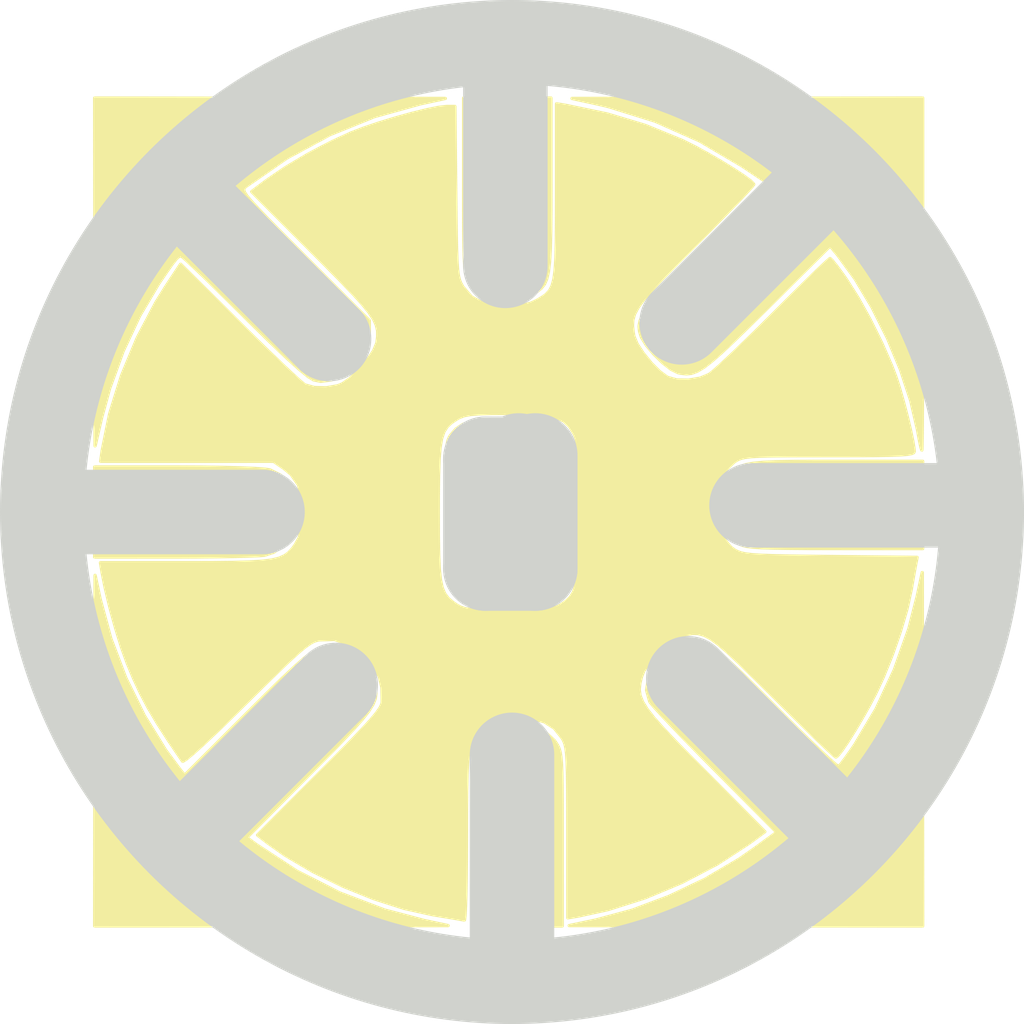
<source format=kicad_pcb>
(kicad_pcb (version 4) (host pcbnew 0.201506122246+5743~23~ubuntu14.10.1-product)

  (general
    (links 0)
    (no_connects 0)
    (area 0 0 0 0)
    (thickness 1.6)
    (drawings 14)
    (tracks 0)
    (zones 0)
    (modules 1)
    (nets 1)
  )

  (page A4)
  (layers
    (0 F.Cu signal)
    (31 B.Cu signal)
    (32 B.Adhes user)
    (33 F.Adhes user)
    (34 B.Paste user)
    (35 F.Paste user)
    (36 B.SilkS user)
    (37 F.SilkS user)
    (38 B.Mask user)
    (39 F.Mask user)
    (40 Dwgs.User user)
    (41 Cmts.User user)
    (42 Eco1.User user)
    (43 Eco2.User user)
    (44 Edge.Cuts user)
    (45 Margin user)
    (46 B.CrtYd user)
    (47 F.CrtYd user)
    (48 B.Fab user)
    (49 F.Fab user)
  )

  (setup
    (last_trace_width 0.25)
    (trace_clearance 0.2)
    (zone_clearance 0.508)
    (zone_45_only no)
    (trace_min 0.2)
    (segment_width 0.2)
    (edge_width 2.54)
    (via_size 0.6)
    (via_drill 0.4)
    (via_min_size 0.4)
    (via_min_drill 0.3)
    (uvia_size 0.3)
    (uvia_drill 0.1)
    (uvias_allowed no)
    (uvia_min_size 0.2)
    (uvia_min_drill 0.1)
    (pcb_text_width 0.3)
    (pcb_text_size 1.5 1.5)
    (mod_edge_width 0.15)
    (mod_text_size 1 1)
    (mod_text_width 0.15)
    (pad_size 1.5 1.5)
    (pad_drill 0.6)
    (pad_to_mask_clearance 0)
    (aux_axis_origin 0 0)
    (visible_elements FFFFFF7F)
    (pcbplotparams
      (layerselection 0x00030_80000001)
      (usegerberextensions false)
      (excludeedgelayer true)
      (linewidth 0.100000)
      (plotframeref false)
      (viasonmask false)
      (mode 1)
      (useauxorigin false)
      (hpglpennumber 1)
      (hpglpenspeed 20)
      (hpglpendiameter 15)
      (hpglpenoverlay 2)
      (psnegative false)
      (psa4output false)
      (plotreference true)
      (plotvalue true)
      (plotinvisibletext false)
      (padsonsilk false)
      (subtractmaskfromsilk false)
      (outputformat 1)
      (mirror false)
      (drillshape 1)
      (scaleselection 1)
      (outputdirectory ""))
  )

  (net 0 "")

  (net_class Default "This is the default net class."
    (clearance 0.2)
    (trace_width 0.25)
    (via_dia 0.6)
    (via_drill 0.4)
    (uvia_dia 0.3)
    (uvia_drill 0.1)
  )

  (module MotorEncoderDisk:MED (layer F.Cu) (tedit 0) (tstamp 5580DDBA)
    (at 126.7 96.1)
    (fp_text reference G*** (at 0 0) (layer F.SilkS) hide
      (effects (font (thickness 0.3)))
    )
    (fp_text value LOGO (at 0.75 0) (layer F.SilkS) hide
      (effects (font (thickness 0.3)))
    )
    (fp_poly (pts (xy -1.820334 12.434085) (xy -7.133167 12.440042) (xy -12.446 12.446) (xy -12.440043 7.1755)
      (xy -12.434086 1.905) (xy -12.281085 2.624666) (xy -11.961329 3.807504) (xy -11.513032 4.987641)
      (xy -10.956736 6.121042) (xy -10.312981 7.16367) (xy -9.911441 7.704666) (xy -9.74271 7.916333)
      (xy -7.855112 6.032447) (xy -7.288493 5.469276) (xy -6.825294 5.016673) (xy -6.450756 4.663933)
      (xy -6.150117 4.40035) (xy -5.908619 4.21522) (xy -5.711501 4.097836) (xy -5.544004 4.037493)
      (xy -5.391366 4.023487) (xy -5.23883 4.045111) (xy -5.147798 4.068838) (xy -4.884577 4.201841)
      (xy -4.591912 4.435065) (xy -4.31993 4.719254) (xy -4.118762 5.005158) (xy -4.058444 5.139168)
      (xy -4.010976 5.303791) (xy -3.991708 5.455758) (xy -4.011141 5.610044) (xy -4.07978 5.781625)
      (xy -4.208127 5.985475) (xy -4.406685 6.236571) (xy -4.685958 6.549888) (xy -5.056447 6.940401)
      (xy -5.528657 7.423085) (xy -5.979811 7.878699) (xy -7.875475 9.788398) (xy -7.601539 9.990928)
      (xy -6.386926 10.788269) (xy -5.090215 11.449916) (xy -3.73719 11.9642) (xy -2.54 12.28147)
      (xy -1.820334 12.434085) (xy -1.820334 12.434085)) (layer F.SilkS) (width 0.1))
    (fp_poly (pts (xy 1.608666 12.446) (xy 0.296333 12.446) (xy -1.016 12.446) (xy -1.016 9.770903)
      (xy -1.015634 9.026593) (xy -1.013742 8.432506) (xy -1.00914 7.969533) (xy -1.000641 7.618563)
      (xy -0.987058 7.360486) (xy -0.967206 7.176193) (xy -0.939898 7.046575) (xy -0.903948 6.95252)
      (xy -0.85817 6.87492) (xy -0.834081 6.840324) (xy -0.538882 6.560494) (xy -0.161864 6.39723)
      (xy 0.257546 6.348891) (xy 0.679918 6.413835) (xy 1.065826 6.59042) (xy 1.375842 6.877005)
      (xy 1.416478 6.93402) (xy 1.47044 7.018986) (xy 1.513221 7.107352) (xy 1.546118 7.218699)
      (xy 1.57043 7.37261) (xy 1.587453 7.588663) (xy 1.598486 7.886441) (xy 1.604827 8.285524)
      (xy 1.607773 8.805494) (xy 1.608622 9.46593) (xy 1.608666 9.833854) (xy 1.608666 12.446)
      (xy 1.608666 12.446)) (layer F.SilkS) (width 0.1))
    (fp_poly (pts (xy 12.446 12.446) (xy 7.133166 12.439988) (xy 1.820333 12.433977) (xy 2.618221 12.266526)
      (xy 3.705708 11.97442) (xy 4.821133 11.557074) (xy 5.911752 11.038122) (xy 6.924821 10.4412)
      (xy 7.353373 10.144673) (xy 8.060414 9.628141) (xy 6.198181 7.756237) (xy 5.733663 7.286464)
      (xy 5.305441 6.847972) (xy 4.928934 6.456972) (xy 4.619559 6.129678) (xy 4.392731 5.882302)
      (xy 4.26387 5.731058) (xy 4.242307 5.699399) (xy 4.145892 5.354898) (xy 4.205342 4.999896)
      (xy 4.423899 4.625578) (xy 4.775274 4.250108) (xy 5.016731 4.044545) (xy 5.209283 3.936924)
      (xy 5.415572 3.897786) (xy 5.531071 3.894666) (xy 5.682197 3.901984) (xy 5.827825 3.931712)
      (xy 5.982504 3.995515) (xy 6.16078 4.105054) (xy 6.3772 4.271993) (xy 6.646313 4.507996)
      (xy 6.982664 4.824726) (xy 7.400801 5.233845) (xy 7.915271 5.747016) (xy 8.207169 6.040224)
      (xy 8.639252 6.470843) (xy 9.033956 6.856622) (xy 9.375367 7.182613) (xy 9.647569 7.433869)
      (xy 9.834648 7.595442) (xy 9.920688 7.652384) (xy 9.923027 7.651809) (xy 9.999599 7.565827)
      (xy 10.14332 7.373857) (xy 10.328105 7.111262) (xy 10.404526 6.999039) (xy 11.045318 5.923696)
      (xy 11.594615 4.745321) (xy 12.030873 3.515091) (xy 12.28147 2.54) (xy 12.434085 1.820333)
      (xy 12.440042 7.133166) (xy 12.446 12.446) (xy 12.446 12.446)) (layer F.SilkS) (width 0.1))
    (fp_poly (pts (xy 12.277624 1.363704) (xy 12.239783 1.549685) (xy 12.206768 1.725749) (xy 12.156819 2.007384)
      (xy 12.101653 2.328333) (xy 11.972927 2.913179) (xy 11.776318 3.586217) (xy 11.53129 4.290571)
      (xy 11.257308 4.969367) (xy 11.033389 5.449748) (xy 10.84099 5.815917) (xy 10.625359 6.199173)
      (xy 10.404515 6.570648) (xy 10.196475 6.901477) (xy 10.019256 7.162791) (xy 9.890878 7.325725)
      (xy 9.837322 7.366) (xy 9.766237 7.308516) (xy 9.590586 7.145783) (xy 9.325453 6.892381)
      (xy 8.985917 6.562888) (xy 8.58706 6.171883) (xy 8.143963 5.733946) (xy 7.96114 5.552304)
      (xy 7.410371 5.006029) (xy 6.962576 4.569305) (xy 6.601538 4.231399) (xy 6.31104 3.981585)
      (xy 6.074863 3.80913) (xy 5.876791 3.703308) (xy 5.700605 3.653387) (xy 5.530089 3.648638)
      (xy 5.349024 3.678332) (xy 5.189554 3.718631) (xy 4.882854 3.866303) (xy 4.561442 4.124667)
      (xy 4.271064 4.446242) (xy 4.057463 4.783544) (xy 3.987004 4.966843) (xy 3.941442 5.162934)
      (xy 3.925055 5.341267) (xy 3.948473 5.517606) (xy 4.022324 5.707716) (xy 4.157237 5.927363)
      (xy 4.36384 6.192311) (xy 4.652761 6.518325) (xy 5.03463 6.921171) (xy 5.520074 7.416614)
      (xy 5.890076 7.789625) (xy 7.700319 9.610251) (xy 7.237523 9.948625) (xy 6.276467 10.575081)
      (xy 5.216287 11.13117) (xy 4.104408 11.596624) (xy 2.988258 11.951173) (xy 2.116666 12.141586)
      (xy 2.116666 -0.014117) (xy 2.115506 -0.669931) (xy 2.111032 -1.179044) (xy 2.101758 -1.564077)
      (xy 2.086193 -1.847653) (xy 2.06285 -2.052393) (xy 2.03024 -2.20092) (xy 1.986875 -2.315855)
      (xy 1.961958 -2.365446) (xy 1.827609 -2.576091) (xy 1.665314 -2.731794) (xy 1.448881 -2.840414)
      (xy 1.152117 -2.909807) (xy 0.74883 -2.947833) (xy 0.212826 -2.962348) (xy -0.031019 -2.963334)
      (xy -0.531884 -2.960993) (xy -0.894903 -2.951642) (xy -1.15153 -2.93179) (xy -1.333215 -2.897946)
      (xy -1.471411 -2.846619) (xy -1.568493 -2.792666) (xy -1.727448 -2.684599) (xy -1.852434 -2.56571)
      (xy -1.947503 -2.41526) (xy -2.016706 -2.212505) (xy -2.064093 -1.936704) (xy -2.093715 -1.567115)
      (xy -2.109624 -1.082998) (xy -2.11587 -0.46361) (xy -2.116667 0.014116) (xy -2.114714 0.722025)
      (xy -2.106055 1.281826) (xy -2.086494 1.714727) (xy -2.051835 2.041935) (xy -1.997881 2.284656)
      (xy -1.920434 2.464098) (xy -1.815299 2.601468) (xy -1.678278 2.717973) (xy -1.566334 2.795057)
      (xy -1.45067 2.859946) (xy -1.313089 2.905724) (xy -1.123406 2.935645) (xy -0.851438 2.952959)
      (xy -0.467 2.960921) (xy -0.009994 2.962775) (xy 0.498961 2.960817) (xy 0.86936 2.952229)
      (xy 1.131946 2.9337) (xy 1.317463 2.901914) (xy 1.456655 2.853559) (xy 1.568492 2.792665)
      (xy 1.727447 2.684598) (xy 1.852433 2.565709) (xy 1.947502 2.415259) (xy 2.016705 2.212504)
      (xy 2.064092 1.936703) (xy 2.093714 1.567114) (xy 2.109623 1.082997) (xy 2.115869 0.463609)
      (xy 2.116666 -0.014117) (xy 2.116666 12.141586) (xy 2.0955 12.146211) (xy 1.778 12.199673)
      (xy 1.777683 9.634669) (xy 1.777014 8.904208) (xy 1.774425 8.32332) (xy 1.768744 7.872249)
      (xy 1.758799 7.531235) (xy 1.743418 7.280521) (xy 1.721428 7.100349) (xy 1.691656 6.970961)
      (xy 1.652932 6.872599) (xy 1.609124 6.793726) (xy 1.371446 6.495447) (xy 1.071236 6.304075)
      (xy 0.6752 6.204572) (xy 0.252487 6.180983) (xy -0.106287 6.190093) (xy -0.354407 6.226342)
      (xy -0.549939 6.302459) (xy -0.687913 6.387163) (xy -0.843057 6.498198) (xy -0.967881 6.610962)
      (xy -1.065677 6.74435) (xy -1.139736 6.917259) (xy -1.193352 7.148583) (xy -1.229816 7.45722)
      (xy -1.25242 7.862066) (xy -1.264456 8.382017) (xy -1.269216 9.035968) (xy -1.27 9.728295)
      (xy -1.272023 10.365094) (xy -1.277746 10.943089) (xy -1.286658 11.441726) (xy -1.298242 11.84045)
      (xy -1.311986 12.118706) (xy -1.327374 12.25594) (xy -1.3335 12.266845) (xy -1.46703 12.243077)
      (xy -1.524 12.232141) (xy -1.665873 12.207195) (xy -1.922794 12.16438) (xy -2.242573 12.112376)
      (xy -2.286 12.1054) (xy -3.137949 11.916946) (xy -4.054728 11.623299) (xy -4.988172 11.245381)
      (xy -5.890112 10.804113) (xy -6.71238 10.320416) (xy -7.22431 9.960486) (xy -7.548287 9.712178)
      (xy -5.679144 7.836281) (xy -5.141263 7.294197) (xy -4.713257 6.85687) (xy -4.383484 6.511127)
      (xy -4.1403 6.243795) (xy -3.972064 6.0417) (xy -3.867135 5.89167) (xy -3.813869 5.780531)
      (xy -3.800629 5.710692) (xy -3.809367 5.279121) (xy -3.888853 4.941297) (xy -4.063049 4.641893)
      (xy -4.355915 4.325586) (xy -4.430899 4.25537) (xy -4.828899 3.964831) (xy -5.238369 3.830847)
      (xy -5.694869 3.842363) (xy -5.736167 3.849548) (xy -5.842818 3.88133) (xy -5.968549 3.947526)
      (xy -6.127603 4.060607) (xy -6.334222 4.233047) (xy -6.602648 4.477317) (xy -6.947122 4.80589)
      (xy -7.381888 5.231239) (xy -7.898038 5.742804) (xy -8.389444 6.227026) (xy -8.827262 6.649278)
      (xy -9.19915 6.998238) (xy -9.492763 7.262588) (xy -9.695758 7.431009) (xy -9.795791 7.49218)
      (xy -9.803038 7.489748) (xy -10.223764 6.869845) (xy -10.560728 6.347424) (xy -10.834291 5.88643)
      (xy -11.064813 5.450807) (xy -11.272654 5.004498) (xy -11.461884 4.552105) (xy -11.633915 4.075742)
      (xy -11.814474 3.494586) (xy -11.986217 2.87119) (xy -12.131796 2.268105) (xy -12.225295 1.799166)
      (xy -12.272434 1.524) (xy -9.726179 1.523999) (xy -8.941991 1.522833) (xy -8.308227 1.517282)
      (xy -7.805983 1.50427) (xy -7.416356 1.480722) (xy -7.120441 1.443562) (xy -6.899335 1.389712)
      (xy -6.734134 1.316098) (xy -6.605933 1.219642) (xy -6.495829 1.097269) (xy -6.412428 0.984768)
      (xy -6.295626 0.766302) (xy -6.226648 0.483068) (xy -6.193683 0.116266) (xy -6.208414 -0.408716)
      (xy -6.32003 -0.815964) (xy -6.539783 -1.133829) (xy -6.762755 -1.317504) (xy -7.066642 -1.524001)
      (xy -9.666332 -1.524001) (xy -12.266021 -1.524001) (xy -12.220579 -1.8415) (xy -11.994823 -2.951671)
      (xy -11.638079 -4.09582) (xy -11.168386 -5.227525) (xy -10.603785 -6.300366) (xy -10.296427 -6.792808)
      (xy -9.863667 -7.447283) (xy -8.085667 -5.679961) (xy -7.627561 -5.227577) (xy -7.200651 -4.811633)
      (xy -6.821686 -4.448004) (xy -6.507412 -4.15257) (xy -6.274579 -3.941209) (xy -6.139933 -3.829797)
      (xy -6.122733 -3.818987) (xy -5.838214 -3.741939) (xy -5.484239 -3.733881) (xy -5.144973 -3.792572)
      (xy -5.002139 -3.848815) (xy -4.757544 -4.020279) (xy -4.493021 -4.274805) (xy -4.246714 -4.566863)
      (xy -4.056764 -4.850927) (xy -3.961315 -5.081468) (xy -3.959277 -5.093608) (xy -3.937791 -5.279968)
      (xy -3.939776 -5.448625) (xy -3.976606 -5.615494) (xy -4.059655 -5.796493) (xy -4.200298 -6.007539)
      (xy -4.409908 -6.264548) (xy -4.69986 -6.583439) (xy -5.081528 -6.980127) (xy -5.566287 -7.47053)
      (xy -5.888869 -7.793873) (xy -7.72485 -9.631277) (xy -7.270258 -9.970382) (xy -6.695759 -10.361846)
      (xy -6.022068 -10.760992) (xy -5.31354 -11.131612) (xy -4.741334 -11.39322) (xy -4.361508 -11.539453)
      (xy -3.906314 -11.693001) (xy -3.414738 -11.843051) (xy -2.925766 -11.978789) (xy -2.478385 -12.089401)
      (xy -2.111581 -12.164074) (xy -1.86434 -12.191993) (xy -1.861522 -12.192) (xy -1.617821 -12.192)
      (xy -1.592078 -9.630834) (xy -1.584372 -8.903906) (xy -1.576492 -8.32631) (xy -1.566923 -7.878053)
      (xy -1.554148 -7.53914) (xy -1.536652 -7.289574) (xy -1.512917 -7.109362) (xy -1.481429 -6.978508)
      (xy -1.440671 -6.877017) (xy -1.389127 -6.784895) (xy -1.374499 -6.761181) (xy -1.124187 -6.46855)
      (xy -0.79104 -6.28311) (xy -0.348701 -6.193384) (xy -0.041066 -6.180667) (xy 0.36675 -6.202895)
      (xy 0.673482 -6.278059) (xy 0.842764 -6.357981) (xy 1.001302 -6.449986) (xy 1.128925 -6.541468)
      (xy 1.228986 -6.650882) (xy 1.304839 -6.796685) (xy 1.359835 -6.997331) (xy 1.397328 -7.271277)
      (xy 1.420671 -7.636978) (xy 1.433217 -8.112891) (xy 1.438318 -8.71747) (xy 1.439327 -9.469173)
      (xy 1.439333 -9.641781) (xy 1.439333 -12.272434) (xy 1.7145 -12.225748) (xy 2.968456 -11.964124)
      (xy 4.113123 -11.619196) (xy 5.193625 -11.177155) (xy 5.291666 -11.130993) (xy 5.639553 -10.955447)
      (xy 6.018441 -10.748011) (xy 6.399317 -10.526625) (xy 6.75317 -10.309227) (xy 7.050988 -10.113754)
      (xy 7.263759 -9.958147) (xy 7.362471 -9.860342) (xy 7.366 -9.848414) (xy 7.308568 -9.775193)
      (xy 7.146105 -9.597635) (xy 6.893359 -9.331099) (xy 6.565077 -8.990945) (xy 6.176007 -8.59253)
      (xy 5.740897 -8.151214) (xy 5.595739 -8.004842) (xy 5.05811 -7.46159) (xy 4.629571 -7.020831)
      (xy 4.298907 -6.665894) (xy 4.054901 -6.380106) (xy 3.886337 -6.146797) (xy 3.781999 -5.949294)
      (xy 3.73067 -5.770927) (xy 3.721135 -5.595024) (xy 3.742179 -5.404913) (xy 3.763894 -5.281999)
      (xy 3.858332 -5.052483) (xy 4.046016 -4.76591) (xy 4.287567 -4.470507) (xy 4.543608 -4.214502)
      (xy 4.771641 -4.04778) (xy 5.050673 -3.96985) (xy 5.405908 -3.963906) (xy 5.762812 -4.024779)
      (xy 6.027866 -4.134911) (xy 6.160907 -4.240424) (xy 6.393966 -4.449019) (xy 6.708378 -4.742996)
      (xy 7.085478 -5.104656) (xy 7.5066 -5.5163) (xy 7.95308 -5.960228) (xy 7.957852 -5.965014)
      (xy 8.390675 -6.39722) (xy 8.784925 -6.787322) (xy 9.124787 -7.119959) (xy 9.394447 -7.379771)
      (xy 9.578089 -7.551397) (xy 9.659898 -7.619477) (xy 9.661777 -7.62) (xy 9.730459 -7.554979)
      (xy 9.869186 -7.380881) (xy 10.053526 -7.12916) (xy 10.150033 -6.991451) (xy 10.504348 -6.431648)
      (xy 10.870605 -5.771079) (xy 11.216852 -5.072526) (xy 11.51114 -4.39877) (xy 11.635042 -4.073422)
      (xy 11.742392 -3.743907) (xy 11.857718 -3.343697) (xy 11.970447 -2.915546) (xy 12.070008 -2.502206)
      (xy 12.145827 -2.146428) (xy 12.187332 -1.890965) (xy 12.192 -1.82123) (xy 12.174298 -1.784638)
      (xy 12.109858 -1.755627) (xy 11.981675 -1.733351) (xy 11.772745 -1.716962) (xy 11.466062 -1.705616)
      (xy 11.044624 -1.698466) (xy 10.491425 -1.694665) (xy 9.789462 -1.693368) (xy 9.622187 -1.693334)
      (xy 8.894748 -1.693003) (xy 8.316922 -1.69113) (xy 7.868988 -1.686397) (xy 7.531227 -1.677486)
      (xy 7.283917 -1.663077) (xy 7.107339 -1.641853) (xy 6.981772 -1.612493) (xy 6.887496 -1.57368)
      (xy 6.804791 -1.524095) (xy 6.77329 -1.502834) (xy 6.447111 -1.190093) (xy 6.251438 -0.781072)
      (xy 6.181042 -0.26444) (xy 6.180666 -0.218553) (xy 6.23966 0.303798) (xy 6.408887 0.739457)
      (xy 6.676712 1.062509) (xy 6.792701 1.144849) (xy 6.881101 1.192339) (xy 6.985067 1.230292)
      (xy 7.12417 1.260022) (xy 7.31798 1.28284) (xy 7.586068 1.300058) (xy 7.948006 1.31299)
      (xy 8.423363 1.322946) (xy 9.03171 1.33124) (xy 9.673645 1.338019) (xy 12.277624 1.363704)
      (xy 12.277624 1.363704)) (layer F.SilkS) (width 0.1))
    (fp_poly (pts (xy -6.434667 0.026336) (xy -6.438957 0.359402) (xy -6.462574 0.575606) (xy -6.52164 0.727388)
      (xy -6.632277 0.867189) (xy -6.721145 0.958167) (xy -7.063441 1.208503) (xy -7.334979 1.298724)
      (xy -7.504236 1.312907) (xy -7.81743 1.325767) (xy -8.249166 1.33679) (xy -8.77405 1.345463)
      (xy -9.366686 1.351271) (xy -10.001679 1.353701) (xy -10.054167 1.353734) (xy -12.446 1.354666)
      (xy -12.446 0) (xy -12.446 -1.354667) (xy -9.9695 -1.354195) (xy -9.259383 -1.351005)
      (xy -8.619382 -1.342146) (xy -8.069825 -1.328258) (xy -7.631036 -1.309984) (xy -7.323341 -1.287967)
      (xy -7.177114 -1.265994) (xy -6.8611 -1.105827) (xy -6.647947 -0.898641) (xy -6.535211 -0.727783)
      (xy -6.470493 -0.548343) (xy -6.441189 -0.305652) (xy -6.434667 0.026336) (xy -6.434667 0.026336)) (layer F.SilkS) (width 0.1))
    (fp_poly (pts (xy 12.446 1.100666) (xy 9.800166 1.098413) (xy 9.045945 1.096817) (xy 8.4425 1.092847)
      (xy 7.971283 1.085597) (xy 7.613743 1.074157) (xy 7.351331 1.057622) (xy 7.165497 1.035084)
      (xy 7.03769 1.005636) (xy 6.949362 0.968369) (xy 6.931897 0.958112) (xy 6.678042 0.742478)
      (xy 6.52055 0.454177) (xy 6.445667 0.060225) (xy 6.434666 -0.234479) (xy 6.44655 -0.587031)
      (xy 6.489924 -0.824754) (xy 6.576369 -1.000976) (xy 6.611475 -1.048607) (xy 6.717153 -1.176626)
      (xy 6.824105 -1.279328) (xy 6.951372 -1.359502) (xy 7.117993 -1.419934) (xy 7.343007 -1.463409)
      (xy 7.645454 -1.492717) (xy 8.044374 -1.510642) (xy 8.558807 -1.519971) (xy 9.207791 -1.523493)
      (xy 9.859462 -1.524) (xy 12.446 -1.524) (xy 12.446 -0.211667) (xy 12.446 1.100666)
      (xy 12.446 1.100666)) (layer F.SilkS) (width 0.1))
    (fp_poly (pts (xy 12.446 -7.154334) (xy 12.445609 -6.225) (xy 12.444484 -5.347635) (xy 12.442691 -4.536575)
      (xy 12.440299 -3.806159) (xy 12.437377 -3.170725) (xy 12.433991 -2.64461) (xy 12.430209 -2.242154)
      (xy 12.426101 -1.977694) (xy 12.421734 -1.865568) (xy 12.4209 -1.862667) (xy 12.395627 -1.939351)
      (xy 12.351995 -2.141847) (xy 12.298787 -2.428825) (xy 12.290779 -2.475103) (xy 12.08823 -3.350236)
      (xy 11.779026 -4.286169) (xy 11.384105 -5.237203) (xy 10.924405 -6.157641) (xy 10.420862 -7.001785)
      (xy 9.894414 -7.723937) (xy 9.875367 -7.747) (xy 9.664595 -8.001) (xy 7.774464 -6.127295)
      (xy 7.214412 -5.574119) (xy 6.758082 -5.130492) (xy 6.390276 -4.785415) (xy 6.095795 -4.527889)
      (xy 5.85944 -4.346915) (xy 5.666014 -4.231494) (xy 5.500318 -4.170627) (xy 5.347154 -4.153315)
      (xy 5.191323 -4.16856) (xy 5.094493 -4.187817) (xy 4.889266 -4.287638) (xy 4.633549 -4.486077)
      (xy 4.370542 -4.740704) (xy 4.143448 -5.009085) (xy 3.99547 -5.248789) (xy 3.982726 -5.279757)
      (xy 3.934426 -5.435716) (xy 3.919394 -5.585805) (xy 3.947994 -5.744518) (xy 4.030589 -5.92635)
      (xy 4.17754 -6.145796) (xy 4.39921 -6.41735) (xy 4.705963 -6.755506) (xy 5.10816 -7.17476)
      (xy 5.616164 -7.689605) (xy 5.932142 -8.006481) (xy 7.803521 -9.879247) (xy 7.01326 -10.407422)
      (xy 5.742383 -11.156412) (xy 4.404084 -11.75051) (xy 3.00369 -12.187447) (xy 2.624666 -12.27621)
      (xy 1.905 -12.433388) (xy 7.1755 -12.439694) (xy 12.446 -12.446) (xy 12.446 -7.154334)
      (xy 12.446 -7.154334)) (layer F.SilkS) (width 0.1))
    (fp_poly (pts (xy -1.905 -12.433388) (xy -2.649435 -12.272942) (xy -4.033697 -11.888671) (xy -5.377632 -11.343528)
      (xy -6.667982 -10.643794) (xy -7.891487 -9.795754) (xy -7.913831 -9.778378) (xy -7.954749 -9.737854)
      (xy -7.968687 -9.686754) (xy -7.944603 -9.612186) (xy -7.871461 -9.501262) (xy -7.738221 -9.34109)
      (xy -7.533845 -9.118781) (xy -7.247293 -8.821443) (xy -6.867526 -8.436188) (xy -6.383507 -7.950124)
      (xy -6.135831 -7.702162) (xy -4.191 -5.755952) (xy -4.191 -5.336541) (xy -4.200798 -5.103873)
      (xy -4.248353 -4.929647) (xy -4.360905 -4.758952) (xy -4.565695 -4.536879) (xy -4.61023 -4.4915)
      (xy -4.98788 -4.158076) (xy -5.326083 -3.973446) (xy -5.646702 -3.928556) (xy -5.863644 -3.972505)
      (xy -6.023279 -4.069376) (xy -6.294613 -4.290923) (xy -6.676206 -4.635832) (xy -7.166616 -5.10279)
      (xy -7.764405 -5.690483) (xy -7.958405 -5.884071) (xy -8.414659 -6.338282) (xy -8.833975 -6.751104)
      (xy -9.201108 -7.107893) (xy -9.500811 -7.394003) (xy -9.717841 -7.59479) (xy -9.836952 -7.695607)
      (xy -9.853595 -7.704667) (xy -9.912682 -7.685653) (xy -9.992013 -7.613697) (xy -10.109424 -7.466428)
      (xy -10.282748 -7.221474) (xy -10.529823 -6.856466) (xy -10.529845 -6.856432) (xy -11.095159 -5.900767)
      (xy -11.592486 -4.834896) (xy -11.999353 -3.711716) (xy -12.237959 -2.836334) (xy -12.434173 -1.989667)
      (xy -12.440087 -7.217834) (xy -12.446 -12.446) (xy -7.1755 -12.439694) (xy -1.905 -12.433388)
      (xy -1.905 -12.433388)) (layer F.SilkS) (width 0.1))
    (fp_poly (pts (xy 1.27 -9.855296) (xy 1.268832 -9.063881) (xy 1.263451 -8.423587) (xy 1.251039 -7.916206)
      (xy 1.228777 -7.523531) (xy 1.193848 -7.227355) (xy 1.143432 -7.009471) (xy 1.074712 -6.851672)
      (xy 0.98487 -6.73575) (xy 0.871088 -6.643498) (xy 0.76232 -6.575325) (xy 0.490587 -6.469906)
      (xy 0.134074 -6.399761) (xy -0.224313 -6.376597) (xy -0.465667 -6.401894) (xy -0.863073 -6.566145)
      (xy -1.149109 -6.845462) (xy -1.188228 -6.905017) (xy -1.234995 -6.989639) (xy -1.272103 -7.088258)
      (xy -1.300661 -7.220257) (xy -1.321781 -7.405019) (xy -1.336573 -7.661928) (xy -1.346147 -8.010365)
      (xy -1.351613 -8.469714) (xy -1.354083 -9.059358) (xy -1.354667 -9.79868) (xy -1.354667 -9.810161)
      (xy -1.354667 -12.446) (xy -0.042334 -12.446) (xy 1.27 -12.446) (xy 1.27 -9.855296)
      (xy 1.27 -9.855296)) (layer F.SilkS) (width 0.1))
    (fp_poly (pts (xy 1.862666 2.176606) (xy 1.654243 2.401499) (xy 1.492456 2.553301) (xy 1.312762 2.660861)
      (xy 1.083415 2.7314) (xy 0.772666 2.772139) (xy 0.348769 2.790299) (xy -0.069012 2.793442)
      (xy -0.536265 2.789471) (xy -0.867939 2.77544) (xy -1.097681 2.747316) (xy -1.259139 2.701067)
      (xy -1.380496 2.636291) (xy -1.536593 2.529446) (xy -1.658172 2.424961) (xy -1.749547 2.301159)
      (xy -1.815028 2.136363) (xy -1.858931 1.908895) (xy -1.885566 1.597079) (xy -1.899248 1.179237)
      (xy -1.904288 0.633693) (xy -1.905 0) (xy -1.90394 -0.654797) (xy -1.899789 -1.162117)
      (xy -1.891092 -1.543812) (xy -1.876395 -1.821732) (xy -1.854243 -2.017725) (xy -1.823182 -2.153643)
      (xy -1.781755 -2.251335) (xy -1.751876 -2.299873) (xy -1.58641 -2.494177) (xy -1.37639 -2.632464)
      (xy -1.093019 -2.722923) (xy -0.707499 -2.773739) (xy -0.191033 -2.7931) (xy -0.013883 -2.794)
      (xy 0.507443 -2.787291) (xy 0.892541 -2.762024) (xy 1.174168 -2.710491) (xy 1.385083 -2.624986)
      (xy 1.558042 -2.4978) (xy 1.654243 -2.4015) (xy 1.862666 -2.176607) (xy 1.862666 -0.000001)
      (xy 1.862666 2.176606) (xy 1.862666 2.176606)) (layer F.SilkS) (width 0.1))
  )

  (gr_line (start 121.3 90.9) (end 117 86.6) (angle 90) (layer Edge.Cuts) (width 2.54))
  (gr_circle (center 126.8 96.1) (end 127.6 82) (layer Edge.Cuts) (width 2.54))
  (gr_line (start 126.8 103.4) (end 126.8 109.4) (angle 90) (layer Edge.Cuts) (width 2.54))
  (gr_line (start 132.1 101.1) (end 136.7 105.7) (angle 90) (layer Edge.Cuts) (width 2.54))
  (gr_line (start 121.5 101.3) (end 117 105.8) (angle 90) (layer Edge.Cuts) (width 2.54))
  (gr_line (start 126.6 88.7) (end 126.6 83) (angle 90) (layer Edge.Cuts) (width 2.54))
  (gr_line (start 134 95.9) (end 139.8 95.9) (angle 90) (layer Edge.Cuts) (width 2.54))
  (gr_line (start 119.3 96.1) (end 112.9 96.1) (angle 90) (layer Edge.Cuts) (width 2.54))
  (gr_line (start 127 94.5) (end 127 94.4) (angle 90) (layer Edge.Cuts) (width 2.54))
  (gr_line (start 126 94.5) (end 127 94.5) (angle 90) (layer Edge.Cuts) (width 2.54))
  (gr_line (start 126 97.8) (end 126 94.5) (angle 90) (layer Edge.Cuts) (width 2.54))
  (gr_line (start 127.5 97.8) (end 126 97.8) (angle 90) (layer Edge.Cuts) (width 2.54))
  (gr_line (start 127.5 94.4) (end 127.5 97.8) (angle 90) (layer Edge.Cuts) (width 2.54))
  (gr_line (start 136 86.3) (end 131.9 90.4) (angle 90) (layer Edge.Cuts) (width 2.54))

)

</source>
